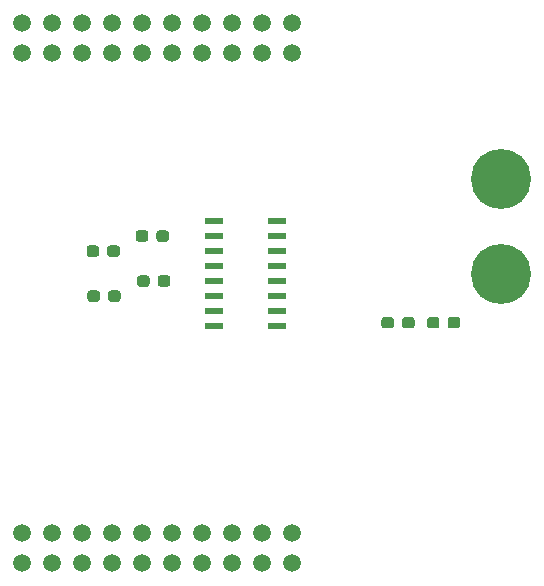
<source format=gbr>
G04 #@! TF.GenerationSoftware,KiCad,Pcbnew,(5.0.0)*
G04 #@! TF.CreationDate,2018-09-29T16:49:35-05:00*
G04 #@! TF.ProjectId,Driveboard_Hardware,4472697665626F6172645F4861726477,rev?*
G04 #@! TF.SameCoordinates,Original*
G04 #@! TF.FileFunction,Paste,Top*
G04 #@! TF.FilePolarity,Positive*
%FSLAX46Y46*%
G04 Gerber Fmt 4.6, Leading zero omitted, Abs format (unit mm)*
G04 Created by KiCad (PCBNEW (5.0.0)) date 09/29/18 16:49:35*
%MOMM*%
%LPD*%
G01*
G04 APERTURE LIST*
%ADD10C,1.520000*%
%ADD11C,0.100000*%
%ADD12C,0.950000*%
%ADD13R,1.500000X0.600000*%
%ADD14C,5.080000*%
G04 APERTURE END LIST*
D10*
G04 #@! TO.C,U1*
X65049001Y-129285001D03*
X67589001Y-129285001D03*
X70129001Y-129285001D03*
X72669001Y-129285001D03*
X75209001Y-129285001D03*
X77749001Y-129285001D03*
X80289001Y-129285001D03*
X82829001Y-129285001D03*
X85369001Y-129285001D03*
X87909001Y-129285001D03*
X65049001Y-131825001D03*
X67589001Y-131825001D03*
X70129001Y-131825001D03*
X72669001Y-131825001D03*
X75209001Y-131825001D03*
X77749001Y-131825001D03*
X80289001Y-131825001D03*
X82829001Y-131825001D03*
X85369001Y-131825001D03*
X87909001Y-131825001D03*
X65049001Y-88645001D03*
X67589001Y-88645001D03*
X70129001Y-88645001D03*
X72669001Y-88645001D03*
X75209001Y-88645001D03*
X77749001Y-88645001D03*
X80289001Y-88645001D03*
X82829001Y-88645001D03*
X85369001Y-88645001D03*
X87909001Y-88645001D03*
X65049001Y-86105001D03*
X67589001Y-86105001D03*
X70129001Y-86105001D03*
X72669001Y-86105001D03*
X75209001Y-86105001D03*
X77749001Y-86105001D03*
X80289001Y-86105001D03*
X82829001Y-86105001D03*
X85369001Y-86105001D03*
X87909001Y-86105001D03*
G04 #@! TD*
D11*
G04 #@! TO.C,C1*
G36*
X98072779Y-111003676D02*
X98095834Y-111007095D01*
X98118443Y-111012759D01*
X98140387Y-111020611D01*
X98161457Y-111030576D01*
X98181448Y-111042558D01*
X98200168Y-111056442D01*
X98217438Y-111072094D01*
X98233090Y-111089364D01*
X98246974Y-111108084D01*
X98258956Y-111128075D01*
X98268921Y-111149145D01*
X98276773Y-111171089D01*
X98282437Y-111193698D01*
X98285856Y-111216753D01*
X98287000Y-111240032D01*
X98287000Y-111715032D01*
X98285856Y-111738311D01*
X98282437Y-111761366D01*
X98276773Y-111783975D01*
X98268921Y-111805919D01*
X98258956Y-111826989D01*
X98246974Y-111846980D01*
X98233090Y-111865700D01*
X98217438Y-111882970D01*
X98200168Y-111898622D01*
X98181448Y-111912506D01*
X98161457Y-111924488D01*
X98140387Y-111934453D01*
X98118443Y-111942305D01*
X98095834Y-111947969D01*
X98072779Y-111951388D01*
X98049500Y-111952532D01*
X97474500Y-111952532D01*
X97451221Y-111951388D01*
X97428166Y-111947969D01*
X97405557Y-111942305D01*
X97383613Y-111934453D01*
X97362543Y-111924488D01*
X97342552Y-111912506D01*
X97323832Y-111898622D01*
X97306562Y-111882970D01*
X97290910Y-111865700D01*
X97277026Y-111846980D01*
X97265044Y-111826989D01*
X97255079Y-111805919D01*
X97247227Y-111783975D01*
X97241563Y-111761366D01*
X97238144Y-111738311D01*
X97237000Y-111715032D01*
X97237000Y-111240032D01*
X97238144Y-111216753D01*
X97241563Y-111193698D01*
X97247227Y-111171089D01*
X97255079Y-111149145D01*
X97265044Y-111128075D01*
X97277026Y-111108084D01*
X97290910Y-111089364D01*
X97306562Y-111072094D01*
X97323832Y-111056442D01*
X97342552Y-111042558D01*
X97362543Y-111030576D01*
X97383613Y-111020611D01*
X97405557Y-111012759D01*
X97428166Y-111007095D01*
X97451221Y-111003676D01*
X97474500Y-111002532D01*
X98049500Y-111002532D01*
X98072779Y-111003676D01*
X98072779Y-111003676D01*
G37*
D12*
X97762000Y-111477532D03*
D11*
G36*
X96322779Y-111003676D02*
X96345834Y-111007095D01*
X96368443Y-111012759D01*
X96390387Y-111020611D01*
X96411457Y-111030576D01*
X96431448Y-111042558D01*
X96450168Y-111056442D01*
X96467438Y-111072094D01*
X96483090Y-111089364D01*
X96496974Y-111108084D01*
X96508956Y-111128075D01*
X96518921Y-111149145D01*
X96526773Y-111171089D01*
X96532437Y-111193698D01*
X96535856Y-111216753D01*
X96537000Y-111240032D01*
X96537000Y-111715032D01*
X96535856Y-111738311D01*
X96532437Y-111761366D01*
X96526773Y-111783975D01*
X96518921Y-111805919D01*
X96508956Y-111826989D01*
X96496974Y-111846980D01*
X96483090Y-111865700D01*
X96467438Y-111882970D01*
X96450168Y-111898622D01*
X96431448Y-111912506D01*
X96411457Y-111924488D01*
X96390387Y-111934453D01*
X96368443Y-111942305D01*
X96345834Y-111947969D01*
X96322779Y-111951388D01*
X96299500Y-111952532D01*
X95724500Y-111952532D01*
X95701221Y-111951388D01*
X95678166Y-111947969D01*
X95655557Y-111942305D01*
X95633613Y-111934453D01*
X95612543Y-111924488D01*
X95592552Y-111912506D01*
X95573832Y-111898622D01*
X95556562Y-111882970D01*
X95540910Y-111865700D01*
X95527026Y-111846980D01*
X95515044Y-111826989D01*
X95505079Y-111805919D01*
X95497227Y-111783975D01*
X95491563Y-111761366D01*
X95488144Y-111738311D01*
X95487000Y-111715032D01*
X95487000Y-111240032D01*
X95488144Y-111216753D01*
X95491563Y-111193698D01*
X95497227Y-111171089D01*
X95505079Y-111149145D01*
X95515044Y-111128075D01*
X95527026Y-111108084D01*
X95540910Y-111089364D01*
X95556562Y-111072094D01*
X95573832Y-111056442D01*
X95592552Y-111042558D01*
X95612543Y-111030576D01*
X95633613Y-111020611D01*
X95655557Y-111012759D01*
X95678166Y-111007095D01*
X95701221Y-111003676D01*
X95724500Y-111002532D01*
X96299500Y-111002532D01*
X96322779Y-111003676D01*
X96322779Y-111003676D01*
G37*
D12*
X96012000Y-111477532D03*
G04 #@! TD*
D11*
G04 #@! TO.C,C2*
G36*
X100184787Y-111003676D02*
X100207842Y-111007095D01*
X100230451Y-111012759D01*
X100252395Y-111020611D01*
X100273465Y-111030576D01*
X100293456Y-111042558D01*
X100312176Y-111056442D01*
X100329446Y-111072094D01*
X100345098Y-111089364D01*
X100358982Y-111108084D01*
X100370964Y-111128075D01*
X100380929Y-111149145D01*
X100388781Y-111171089D01*
X100394445Y-111193698D01*
X100397864Y-111216753D01*
X100399008Y-111240032D01*
X100399008Y-111715032D01*
X100397864Y-111738311D01*
X100394445Y-111761366D01*
X100388781Y-111783975D01*
X100380929Y-111805919D01*
X100370964Y-111826989D01*
X100358982Y-111846980D01*
X100345098Y-111865700D01*
X100329446Y-111882970D01*
X100312176Y-111898622D01*
X100293456Y-111912506D01*
X100273465Y-111924488D01*
X100252395Y-111934453D01*
X100230451Y-111942305D01*
X100207842Y-111947969D01*
X100184787Y-111951388D01*
X100161508Y-111952532D01*
X99586508Y-111952532D01*
X99563229Y-111951388D01*
X99540174Y-111947969D01*
X99517565Y-111942305D01*
X99495621Y-111934453D01*
X99474551Y-111924488D01*
X99454560Y-111912506D01*
X99435840Y-111898622D01*
X99418570Y-111882970D01*
X99402918Y-111865700D01*
X99389034Y-111846980D01*
X99377052Y-111826989D01*
X99367087Y-111805919D01*
X99359235Y-111783975D01*
X99353571Y-111761366D01*
X99350152Y-111738311D01*
X99349008Y-111715032D01*
X99349008Y-111240032D01*
X99350152Y-111216753D01*
X99353571Y-111193698D01*
X99359235Y-111171089D01*
X99367087Y-111149145D01*
X99377052Y-111128075D01*
X99389034Y-111108084D01*
X99402918Y-111089364D01*
X99418570Y-111072094D01*
X99435840Y-111056442D01*
X99454560Y-111042558D01*
X99474551Y-111030576D01*
X99495621Y-111020611D01*
X99517565Y-111012759D01*
X99540174Y-111007095D01*
X99563229Y-111003676D01*
X99586508Y-111002532D01*
X100161508Y-111002532D01*
X100184787Y-111003676D01*
X100184787Y-111003676D01*
G37*
D12*
X99874008Y-111477532D03*
D11*
G36*
X101934787Y-111003676D02*
X101957842Y-111007095D01*
X101980451Y-111012759D01*
X102002395Y-111020611D01*
X102023465Y-111030576D01*
X102043456Y-111042558D01*
X102062176Y-111056442D01*
X102079446Y-111072094D01*
X102095098Y-111089364D01*
X102108982Y-111108084D01*
X102120964Y-111128075D01*
X102130929Y-111149145D01*
X102138781Y-111171089D01*
X102144445Y-111193698D01*
X102147864Y-111216753D01*
X102149008Y-111240032D01*
X102149008Y-111715032D01*
X102147864Y-111738311D01*
X102144445Y-111761366D01*
X102138781Y-111783975D01*
X102130929Y-111805919D01*
X102120964Y-111826989D01*
X102108982Y-111846980D01*
X102095098Y-111865700D01*
X102079446Y-111882970D01*
X102062176Y-111898622D01*
X102043456Y-111912506D01*
X102023465Y-111924488D01*
X102002395Y-111934453D01*
X101980451Y-111942305D01*
X101957842Y-111947969D01*
X101934787Y-111951388D01*
X101911508Y-111952532D01*
X101336508Y-111952532D01*
X101313229Y-111951388D01*
X101290174Y-111947969D01*
X101267565Y-111942305D01*
X101245621Y-111934453D01*
X101224551Y-111924488D01*
X101204560Y-111912506D01*
X101185840Y-111898622D01*
X101168570Y-111882970D01*
X101152918Y-111865700D01*
X101139034Y-111846980D01*
X101127052Y-111826989D01*
X101117087Y-111805919D01*
X101109235Y-111783975D01*
X101103571Y-111761366D01*
X101100152Y-111738311D01*
X101099008Y-111715032D01*
X101099008Y-111240032D01*
X101100152Y-111216753D01*
X101103571Y-111193698D01*
X101109235Y-111171089D01*
X101117087Y-111149145D01*
X101127052Y-111128075D01*
X101139034Y-111108084D01*
X101152918Y-111089364D01*
X101168570Y-111072094D01*
X101185840Y-111056442D01*
X101204560Y-111042558D01*
X101224551Y-111030576D01*
X101245621Y-111020611D01*
X101267565Y-111012759D01*
X101290174Y-111007095D01*
X101313229Y-111003676D01*
X101336508Y-111002532D01*
X101911508Y-111002532D01*
X101934787Y-111003676D01*
X101934787Y-111003676D01*
G37*
D12*
X101624008Y-111477532D03*
G04 #@! TD*
D11*
G04 #@! TO.C,C3*
G36*
X77272779Y-103666144D02*
X77295834Y-103669563D01*
X77318443Y-103675227D01*
X77340387Y-103683079D01*
X77361457Y-103693044D01*
X77381448Y-103705026D01*
X77400168Y-103718910D01*
X77417438Y-103734562D01*
X77433090Y-103751832D01*
X77446974Y-103770552D01*
X77458956Y-103790543D01*
X77468921Y-103811613D01*
X77476773Y-103833557D01*
X77482437Y-103856166D01*
X77485856Y-103879221D01*
X77487000Y-103902500D01*
X77487000Y-104377500D01*
X77485856Y-104400779D01*
X77482437Y-104423834D01*
X77476773Y-104446443D01*
X77468921Y-104468387D01*
X77458956Y-104489457D01*
X77446974Y-104509448D01*
X77433090Y-104528168D01*
X77417438Y-104545438D01*
X77400168Y-104561090D01*
X77381448Y-104574974D01*
X77361457Y-104586956D01*
X77340387Y-104596921D01*
X77318443Y-104604773D01*
X77295834Y-104610437D01*
X77272779Y-104613856D01*
X77249500Y-104615000D01*
X76674500Y-104615000D01*
X76651221Y-104613856D01*
X76628166Y-104610437D01*
X76605557Y-104604773D01*
X76583613Y-104596921D01*
X76562543Y-104586956D01*
X76542552Y-104574974D01*
X76523832Y-104561090D01*
X76506562Y-104545438D01*
X76490910Y-104528168D01*
X76477026Y-104509448D01*
X76465044Y-104489457D01*
X76455079Y-104468387D01*
X76447227Y-104446443D01*
X76441563Y-104423834D01*
X76438144Y-104400779D01*
X76437000Y-104377500D01*
X76437000Y-103902500D01*
X76438144Y-103879221D01*
X76441563Y-103856166D01*
X76447227Y-103833557D01*
X76455079Y-103811613D01*
X76465044Y-103790543D01*
X76477026Y-103770552D01*
X76490910Y-103751832D01*
X76506562Y-103734562D01*
X76523832Y-103718910D01*
X76542552Y-103705026D01*
X76562543Y-103693044D01*
X76583613Y-103683079D01*
X76605557Y-103675227D01*
X76628166Y-103669563D01*
X76651221Y-103666144D01*
X76674500Y-103665000D01*
X77249500Y-103665000D01*
X77272779Y-103666144D01*
X77272779Y-103666144D01*
G37*
D12*
X76962000Y-104140000D03*
D11*
G36*
X75522779Y-103666144D02*
X75545834Y-103669563D01*
X75568443Y-103675227D01*
X75590387Y-103683079D01*
X75611457Y-103693044D01*
X75631448Y-103705026D01*
X75650168Y-103718910D01*
X75667438Y-103734562D01*
X75683090Y-103751832D01*
X75696974Y-103770552D01*
X75708956Y-103790543D01*
X75718921Y-103811613D01*
X75726773Y-103833557D01*
X75732437Y-103856166D01*
X75735856Y-103879221D01*
X75737000Y-103902500D01*
X75737000Y-104377500D01*
X75735856Y-104400779D01*
X75732437Y-104423834D01*
X75726773Y-104446443D01*
X75718921Y-104468387D01*
X75708956Y-104489457D01*
X75696974Y-104509448D01*
X75683090Y-104528168D01*
X75667438Y-104545438D01*
X75650168Y-104561090D01*
X75631448Y-104574974D01*
X75611457Y-104586956D01*
X75590387Y-104596921D01*
X75568443Y-104604773D01*
X75545834Y-104610437D01*
X75522779Y-104613856D01*
X75499500Y-104615000D01*
X74924500Y-104615000D01*
X74901221Y-104613856D01*
X74878166Y-104610437D01*
X74855557Y-104604773D01*
X74833613Y-104596921D01*
X74812543Y-104586956D01*
X74792552Y-104574974D01*
X74773832Y-104561090D01*
X74756562Y-104545438D01*
X74740910Y-104528168D01*
X74727026Y-104509448D01*
X74715044Y-104489457D01*
X74705079Y-104468387D01*
X74697227Y-104446443D01*
X74691563Y-104423834D01*
X74688144Y-104400779D01*
X74687000Y-104377500D01*
X74687000Y-103902500D01*
X74688144Y-103879221D01*
X74691563Y-103856166D01*
X74697227Y-103833557D01*
X74705079Y-103811613D01*
X74715044Y-103790543D01*
X74727026Y-103770552D01*
X74740910Y-103751832D01*
X74756562Y-103734562D01*
X74773832Y-103718910D01*
X74792552Y-103705026D01*
X74812543Y-103693044D01*
X74833613Y-103683079D01*
X74855557Y-103675227D01*
X74878166Y-103669563D01*
X74901221Y-103666144D01*
X74924500Y-103665000D01*
X75499500Y-103665000D01*
X75522779Y-103666144D01*
X75522779Y-103666144D01*
G37*
D12*
X75212000Y-104140000D03*
G04 #@! TD*
D11*
G04 #@! TO.C,C4*
G36*
X71430779Y-108746144D02*
X71453834Y-108749563D01*
X71476443Y-108755227D01*
X71498387Y-108763079D01*
X71519457Y-108773044D01*
X71539448Y-108785026D01*
X71558168Y-108798910D01*
X71575438Y-108814562D01*
X71591090Y-108831832D01*
X71604974Y-108850552D01*
X71616956Y-108870543D01*
X71626921Y-108891613D01*
X71634773Y-108913557D01*
X71640437Y-108936166D01*
X71643856Y-108959221D01*
X71645000Y-108982500D01*
X71645000Y-109457500D01*
X71643856Y-109480779D01*
X71640437Y-109503834D01*
X71634773Y-109526443D01*
X71626921Y-109548387D01*
X71616956Y-109569457D01*
X71604974Y-109589448D01*
X71591090Y-109608168D01*
X71575438Y-109625438D01*
X71558168Y-109641090D01*
X71539448Y-109654974D01*
X71519457Y-109666956D01*
X71498387Y-109676921D01*
X71476443Y-109684773D01*
X71453834Y-109690437D01*
X71430779Y-109693856D01*
X71407500Y-109695000D01*
X70832500Y-109695000D01*
X70809221Y-109693856D01*
X70786166Y-109690437D01*
X70763557Y-109684773D01*
X70741613Y-109676921D01*
X70720543Y-109666956D01*
X70700552Y-109654974D01*
X70681832Y-109641090D01*
X70664562Y-109625438D01*
X70648910Y-109608168D01*
X70635026Y-109589448D01*
X70623044Y-109569457D01*
X70613079Y-109548387D01*
X70605227Y-109526443D01*
X70599563Y-109503834D01*
X70596144Y-109480779D01*
X70595000Y-109457500D01*
X70595000Y-108982500D01*
X70596144Y-108959221D01*
X70599563Y-108936166D01*
X70605227Y-108913557D01*
X70613079Y-108891613D01*
X70623044Y-108870543D01*
X70635026Y-108850552D01*
X70648910Y-108831832D01*
X70664562Y-108814562D01*
X70681832Y-108798910D01*
X70700552Y-108785026D01*
X70720543Y-108773044D01*
X70741613Y-108763079D01*
X70763557Y-108755227D01*
X70786166Y-108749563D01*
X70809221Y-108746144D01*
X70832500Y-108745000D01*
X71407500Y-108745000D01*
X71430779Y-108746144D01*
X71430779Y-108746144D01*
G37*
D12*
X71120000Y-109220000D03*
D11*
G36*
X73180779Y-108746144D02*
X73203834Y-108749563D01*
X73226443Y-108755227D01*
X73248387Y-108763079D01*
X73269457Y-108773044D01*
X73289448Y-108785026D01*
X73308168Y-108798910D01*
X73325438Y-108814562D01*
X73341090Y-108831832D01*
X73354974Y-108850552D01*
X73366956Y-108870543D01*
X73376921Y-108891613D01*
X73384773Y-108913557D01*
X73390437Y-108936166D01*
X73393856Y-108959221D01*
X73395000Y-108982500D01*
X73395000Y-109457500D01*
X73393856Y-109480779D01*
X73390437Y-109503834D01*
X73384773Y-109526443D01*
X73376921Y-109548387D01*
X73366956Y-109569457D01*
X73354974Y-109589448D01*
X73341090Y-109608168D01*
X73325438Y-109625438D01*
X73308168Y-109641090D01*
X73289448Y-109654974D01*
X73269457Y-109666956D01*
X73248387Y-109676921D01*
X73226443Y-109684773D01*
X73203834Y-109690437D01*
X73180779Y-109693856D01*
X73157500Y-109695000D01*
X72582500Y-109695000D01*
X72559221Y-109693856D01*
X72536166Y-109690437D01*
X72513557Y-109684773D01*
X72491613Y-109676921D01*
X72470543Y-109666956D01*
X72450552Y-109654974D01*
X72431832Y-109641090D01*
X72414562Y-109625438D01*
X72398910Y-109608168D01*
X72385026Y-109589448D01*
X72373044Y-109569457D01*
X72363079Y-109548387D01*
X72355227Y-109526443D01*
X72349563Y-109503834D01*
X72346144Y-109480779D01*
X72345000Y-109457500D01*
X72345000Y-108982500D01*
X72346144Y-108959221D01*
X72349563Y-108936166D01*
X72355227Y-108913557D01*
X72363079Y-108891613D01*
X72373044Y-108870543D01*
X72385026Y-108850552D01*
X72398910Y-108831832D01*
X72414562Y-108814562D01*
X72431832Y-108798910D01*
X72450552Y-108785026D01*
X72470543Y-108773044D01*
X72491613Y-108763079D01*
X72513557Y-108755227D01*
X72536166Y-108749563D01*
X72559221Y-108746144D01*
X72582500Y-108745000D01*
X73157500Y-108745000D01*
X73180779Y-108746144D01*
X73180779Y-108746144D01*
G37*
D12*
X72870000Y-109220000D03*
G04 #@! TD*
D11*
G04 #@! TO.C,C5*
G36*
X71357179Y-104936144D02*
X71380234Y-104939563D01*
X71402843Y-104945227D01*
X71424787Y-104953079D01*
X71445857Y-104963044D01*
X71465848Y-104975026D01*
X71484568Y-104988910D01*
X71501838Y-105004562D01*
X71517490Y-105021832D01*
X71531374Y-105040552D01*
X71543356Y-105060543D01*
X71553321Y-105081613D01*
X71561173Y-105103557D01*
X71566837Y-105126166D01*
X71570256Y-105149221D01*
X71571400Y-105172500D01*
X71571400Y-105647500D01*
X71570256Y-105670779D01*
X71566837Y-105693834D01*
X71561173Y-105716443D01*
X71553321Y-105738387D01*
X71543356Y-105759457D01*
X71531374Y-105779448D01*
X71517490Y-105798168D01*
X71501838Y-105815438D01*
X71484568Y-105831090D01*
X71465848Y-105844974D01*
X71445857Y-105856956D01*
X71424787Y-105866921D01*
X71402843Y-105874773D01*
X71380234Y-105880437D01*
X71357179Y-105883856D01*
X71333900Y-105885000D01*
X70758900Y-105885000D01*
X70735621Y-105883856D01*
X70712566Y-105880437D01*
X70689957Y-105874773D01*
X70668013Y-105866921D01*
X70646943Y-105856956D01*
X70626952Y-105844974D01*
X70608232Y-105831090D01*
X70590962Y-105815438D01*
X70575310Y-105798168D01*
X70561426Y-105779448D01*
X70549444Y-105759457D01*
X70539479Y-105738387D01*
X70531627Y-105716443D01*
X70525963Y-105693834D01*
X70522544Y-105670779D01*
X70521400Y-105647500D01*
X70521400Y-105172500D01*
X70522544Y-105149221D01*
X70525963Y-105126166D01*
X70531627Y-105103557D01*
X70539479Y-105081613D01*
X70549444Y-105060543D01*
X70561426Y-105040552D01*
X70575310Y-105021832D01*
X70590962Y-105004562D01*
X70608232Y-104988910D01*
X70626952Y-104975026D01*
X70646943Y-104963044D01*
X70668013Y-104953079D01*
X70689957Y-104945227D01*
X70712566Y-104939563D01*
X70735621Y-104936144D01*
X70758900Y-104935000D01*
X71333900Y-104935000D01*
X71357179Y-104936144D01*
X71357179Y-104936144D01*
G37*
D12*
X71046400Y-105410000D03*
D11*
G36*
X73107179Y-104936144D02*
X73130234Y-104939563D01*
X73152843Y-104945227D01*
X73174787Y-104953079D01*
X73195857Y-104963044D01*
X73215848Y-104975026D01*
X73234568Y-104988910D01*
X73251838Y-105004562D01*
X73267490Y-105021832D01*
X73281374Y-105040552D01*
X73293356Y-105060543D01*
X73303321Y-105081613D01*
X73311173Y-105103557D01*
X73316837Y-105126166D01*
X73320256Y-105149221D01*
X73321400Y-105172500D01*
X73321400Y-105647500D01*
X73320256Y-105670779D01*
X73316837Y-105693834D01*
X73311173Y-105716443D01*
X73303321Y-105738387D01*
X73293356Y-105759457D01*
X73281374Y-105779448D01*
X73267490Y-105798168D01*
X73251838Y-105815438D01*
X73234568Y-105831090D01*
X73215848Y-105844974D01*
X73195857Y-105856956D01*
X73174787Y-105866921D01*
X73152843Y-105874773D01*
X73130234Y-105880437D01*
X73107179Y-105883856D01*
X73083900Y-105885000D01*
X72508900Y-105885000D01*
X72485621Y-105883856D01*
X72462566Y-105880437D01*
X72439957Y-105874773D01*
X72418013Y-105866921D01*
X72396943Y-105856956D01*
X72376952Y-105844974D01*
X72358232Y-105831090D01*
X72340962Y-105815438D01*
X72325310Y-105798168D01*
X72311426Y-105779448D01*
X72299444Y-105759457D01*
X72289479Y-105738387D01*
X72281627Y-105716443D01*
X72275963Y-105693834D01*
X72272544Y-105670779D01*
X72271400Y-105647500D01*
X72271400Y-105172500D01*
X72272544Y-105149221D01*
X72275963Y-105126166D01*
X72281627Y-105103557D01*
X72289479Y-105081613D01*
X72299444Y-105060543D01*
X72311426Y-105040552D01*
X72325310Y-105021832D01*
X72340962Y-105004562D01*
X72358232Y-104988910D01*
X72376952Y-104975026D01*
X72396943Y-104963044D01*
X72418013Y-104953079D01*
X72439957Y-104945227D01*
X72462566Y-104939563D01*
X72485621Y-104936144D01*
X72508900Y-104935000D01*
X73083900Y-104935000D01*
X73107179Y-104936144D01*
X73107179Y-104936144D01*
G37*
D12*
X72796400Y-105410000D03*
G04 #@! TD*
D11*
G04 #@! TO.C,C6*
G36*
X75635779Y-107476144D02*
X75658834Y-107479563D01*
X75681443Y-107485227D01*
X75703387Y-107493079D01*
X75724457Y-107503044D01*
X75744448Y-107515026D01*
X75763168Y-107528910D01*
X75780438Y-107544562D01*
X75796090Y-107561832D01*
X75809974Y-107580552D01*
X75821956Y-107600543D01*
X75831921Y-107621613D01*
X75839773Y-107643557D01*
X75845437Y-107666166D01*
X75848856Y-107689221D01*
X75850000Y-107712500D01*
X75850000Y-108187500D01*
X75848856Y-108210779D01*
X75845437Y-108233834D01*
X75839773Y-108256443D01*
X75831921Y-108278387D01*
X75821956Y-108299457D01*
X75809974Y-108319448D01*
X75796090Y-108338168D01*
X75780438Y-108355438D01*
X75763168Y-108371090D01*
X75744448Y-108384974D01*
X75724457Y-108396956D01*
X75703387Y-108406921D01*
X75681443Y-108414773D01*
X75658834Y-108420437D01*
X75635779Y-108423856D01*
X75612500Y-108425000D01*
X75037500Y-108425000D01*
X75014221Y-108423856D01*
X74991166Y-108420437D01*
X74968557Y-108414773D01*
X74946613Y-108406921D01*
X74925543Y-108396956D01*
X74905552Y-108384974D01*
X74886832Y-108371090D01*
X74869562Y-108355438D01*
X74853910Y-108338168D01*
X74840026Y-108319448D01*
X74828044Y-108299457D01*
X74818079Y-108278387D01*
X74810227Y-108256443D01*
X74804563Y-108233834D01*
X74801144Y-108210779D01*
X74800000Y-108187500D01*
X74800000Y-107712500D01*
X74801144Y-107689221D01*
X74804563Y-107666166D01*
X74810227Y-107643557D01*
X74818079Y-107621613D01*
X74828044Y-107600543D01*
X74840026Y-107580552D01*
X74853910Y-107561832D01*
X74869562Y-107544562D01*
X74886832Y-107528910D01*
X74905552Y-107515026D01*
X74925543Y-107503044D01*
X74946613Y-107493079D01*
X74968557Y-107485227D01*
X74991166Y-107479563D01*
X75014221Y-107476144D01*
X75037500Y-107475000D01*
X75612500Y-107475000D01*
X75635779Y-107476144D01*
X75635779Y-107476144D01*
G37*
D12*
X75325000Y-107950000D03*
D11*
G36*
X77385779Y-107476144D02*
X77408834Y-107479563D01*
X77431443Y-107485227D01*
X77453387Y-107493079D01*
X77474457Y-107503044D01*
X77494448Y-107515026D01*
X77513168Y-107528910D01*
X77530438Y-107544562D01*
X77546090Y-107561832D01*
X77559974Y-107580552D01*
X77571956Y-107600543D01*
X77581921Y-107621613D01*
X77589773Y-107643557D01*
X77595437Y-107666166D01*
X77598856Y-107689221D01*
X77600000Y-107712500D01*
X77600000Y-108187500D01*
X77598856Y-108210779D01*
X77595437Y-108233834D01*
X77589773Y-108256443D01*
X77581921Y-108278387D01*
X77571956Y-108299457D01*
X77559974Y-108319448D01*
X77546090Y-108338168D01*
X77530438Y-108355438D01*
X77513168Y-108371090D01*
X77494448Y-108384974D01*
X77474457Y-108396956D01*
X77453387Y-108406921D01*
X77431443Y-108414773D01*
X77408834Y-108420437D01*
X77385779Y-108423856D01*
X77362500Y-108425000D01*
X76787500Y-108425000D01*
X76764221Y-108423856D01*
X76741166Y-108420437D01*
X76718557Y-108414773D01*
X76696613Y-108406921D01*
X76675543Y-108396956D01*
X76655552Y-108384974D01*
X76636832Y-108371090D01*
X76619562Y-108355438D01*
X76603910Y-108338168D01*
X76590026Y-108319448D01*
X76578044Y-108299457D01*
X76568079Y-108278387D01*
X76560227Y-108256443D01*
X76554563Y-108233834D01*
X76551144Y-108210779D01*
X76550000Y-108187500D01*
X76550000Y-107712500D01*
X76551144Y-107689221D01*
X76554563Y-107666166D01*
X76560227Y-107643557D01*
X76568079Y-107621613D01*
X76578044Y-107600543D01*
X76590026Y-107580552D01*
X76603910Y-107561832D01*
X76619562Y-107544562D01*
X76636832Y-107528910D01*
X76655552Y-107515026D01*
X76675543Y-107503044D01*
X76696613Y-107493079D01*
X76718557Y-107485227D01*
X76741166Y-107479563D01*
X76764221Y-107476144D01*
X76787500Y-107475000D01*
X77362500Y-107475000D01*
X77385779Y-107476144D01*
X77385779Y-107476144D01*
G37*
D12*
X77075000Y-107950000D03*
G04 #@! TD*
D13*
G04 #@! TO.C,U3*
X81280000Y-102870000D03*
X81280000Y-104140000D03*
X81280000Y-105410000D03*
X81280000Y-106680000D03*
X81280000Y-107950000D03*
X81280000Y-109220000D03*
X81280000Y-110490000D03*
X81280000Y-111760000D03*
X86680000Y-111760000D03*
X86680000Y-110490000D03*
X86680000Y-109220000D03*
X86680000Y-107950000D03*
X86680000Y-106680000D03*
X86680000Y-105410000D03*
X86680000Y-104140000D03*
X86680000Y-102870000D03*
G04 #@! TD*
D14*
G04 #@! TO.C,Conn1*
X105638600Y-99313000D03*
X105638600Y-107314000D03*
G04 #@! TD*
M02*

</source>
